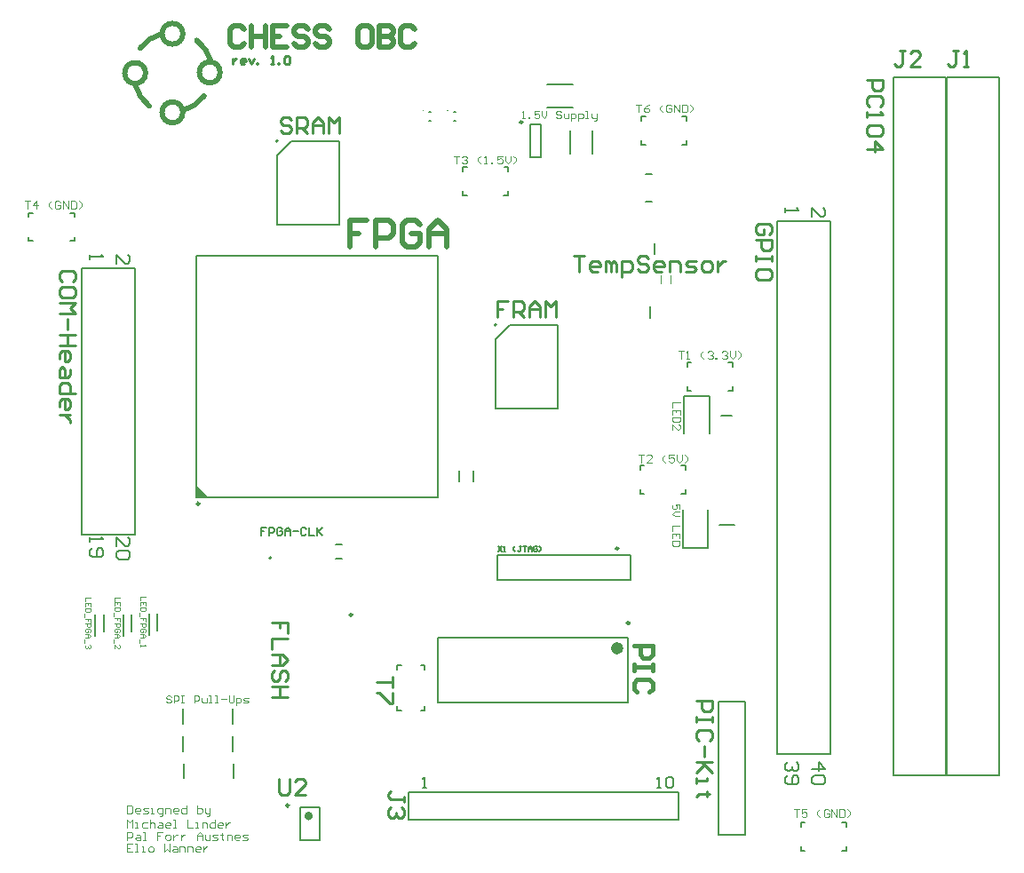
<source format=gbr>
%TF.GenerationSoftware,Altium Limited,Altium Designer,21.5.1 (32)*%
G04 Layer_Color=65535*
%FSLAX45Y45*%
%MOMM*%
%TF.SameCoordinates,620DA487-9358-4998-A31C-56A073A1AE4C*%
%TF.FilePolarity,Positive*%
%TF.FileFunction,Legend,Top*%
%TF.Part,Single*%
G01*
G75*
%TA.AperFunction,NonConductor*%
%ADD75C,0.20000*%
%ADD77C,0.10000*%
%ADD78C,0.25000*%
%ADD79C,0.40000*%
%ADD80C,0.60000*%
%ADD81C,0.50800*%
%ADD82C,0.25400*%
%ADD83C,0.20320*%
%ADD84C,0.15240*%
%ADD85C,0.12700*%
%ADD86C,0.38100*%
G36*
X4356998Y6440600D02*
X4456998Y6340600D01*
X4356998D01*
Y6440600D01*
D02*
G37*
D75*
X5070100Y5759300D02*
G03*
X5070100Y5759300I-10000J0D01*
G01*
X5132300Y9735100D02*
G03*
X5132300Y9735100I-10000J0D01*
G01*
X7215100Y7982500D02*
G03*
X7215100Y7982500I-10000J0D01*
G01*
X8677605Y8048533D02*
Y8155533D01*
X8721064Y8655745D02*
Y8762745D01*
X2759038Y9009469D02*
Y9049469D01*
X2799038D01*
X3152098Y9049413D02*
X3192098D01*
Y9009414D02*
Y9049413D01*
X2759018Y8781509D02*
X2799018D01*
X2759018D02*
Y8821509D01*
X3191925Y8781565D02*
Y8821565D01*
X3151925Y8781565D02*
X3191925D01*
X10118293Y3196011D02*
Y3236011D01*
X10158293D01*
X10511353Y3235955D02*
X10551353D01*
Y3195955D02*
Y3235955D01*
X10118273Y2968051D02*
X10158273D01*
X10118273D02*
Y3008051D01*
X10551180Y2968107D02*
Y3008107D01*
X10511180Y2968107D02*
X10551180D01*
X9332628Y4388665D02*
X9586628D01*
Y3118665D02*
Y4388665D01*
X9332628Y3118665D02*
Y4388665D01*
Y3118665D02*
X9586628D01*
X9893300Y3886200D02*
Y8966200D01*
X10401300Y3886200D02*
Y8966200D01*
X9893300D02*
X10401300D01*
X9893300Y3886200D02*
X10401300D01*
X11512702Y10337902D02*
X12007698D01*
Y3682898D02*
Y10337902D01*
X11512702Y3682898D02*
X12007698D01*
X11512702D02*
Y10337902D01*
X11004702Y3682898D02*
Y10337902D01*
Y3682898D02*
X11499698D01*
Y10337902D01*
X11004702D02*
X11499698D01*
X5346066Y3070479D02*
X5536068D01*
X5346066Y3380481D02*
X5536068D01*
Y3070479D02*
Y3380481D01*
X5346066Y3070479D02*
Y3380481D01*
X3263900Y5981700D02*
X3771900D01*
X3263900Y8331200D02*
Y8521700D01*
X3771900D01*
Y8331200D02*
Y8521700D01*
Y5981700D02*
Y8331200D01*
X3263900Y5981700D02*
Y8331200D01*
X6382370Y3261390D02*
X8952372D01*
X6382370D02*
Y3530387D01*
X8952372D01*
Y3261390D02*
Y3530387D01*
X6657609Y4998349D02*
X8467613D01*
X6657609Y4378345D02*
X8467613D01*
Y4998349D01*
X6657609Y4378345D02*
Y4998349D01*
X4229095Y4178742D02*
Y4318742D01*
X4236877Y3657890D02*
Y3797889D01*
X4709140Y3657890D02*
Y3797889D01*
X4701357Y3918316D02*
Y4058315D01*
Y4178742D02*
Y4318742D01*
X5687497Y5750001D02*
X5747497D01*
X5687497Y5884997D02*
X5747497D01*
X8493902Y5546110D02*
Y5786110D01*
X7223902D02*
X8493902D01*
X7223902Y5546110D02*
Y5786110D01*
Y5546110D02*
X8493902D01*
X8642766Y9419869D02*
X8702765D01*
X8642766Y9159870D02*
X8702765D01*
X6534711Y4697110D02*
Y4737110D01*
X6494711D02*
X6534711D01*
X6494767Y4304202D02*
X6534767D01*
Y4344202D01*
X6266863Y4737282D02*
X6306863D01*
X6266863Y4697282D02*
Y4737282D01*
X6266807Y4304223D02*
Y4344222D01*
Y4304223D02*
X6306807D01*
X8988037Y9699125D02*
X9028037D01*
Y9739125D01*
X8595129Y9699069D02*
Y9739069D01*
Y9699069D02*
X8635129D01*
X9028210Y9926973D02*
Y9966973D01*
X8988210D02*
X9028210D01*
X8595150Y9967029D02*
X8635150D01*
X8595150Y9927029D02*
Y9967029D01*
X7540589Y9889090D02*
X7640588D01*
X7540589Y9579088D02*
X7640588D01*
X7540589D02*
Y9889090D01*
X7640588Y9579088D02*
Y9889090D01*
X9344993Y6073889D02*
X9484998D01*
X9354998Y7112498D02*
X9460001D01*
X8992498Y5858580D02*
Y6221084D01*
Y5858580D02*
X9232498D01*
Y6221084D01*
X9247500Y6943095D02*
Y7305599D01*
X9007500D02*
X9247500D01*
X9007500Y6943095D02*
Y7305599D01*
X7288724Y9218462D02*
X7328723D01*
Y9258462D01*
X6895816Y9218406D02*
Y9258406D01*
Y9218406D02*
X6935816D01*
X7328896Y9446310D02*
Y9486310D01*
X7288896D02*
X7328896D01*
X6895836Y9486366D02*
X6935836D01*
X6895836Y9446366D02*
Y9486366D01*
X9033546Y7581478D02*
Y7621478D01*
X9073545D01*
X9426605Y7621422D02*
X9466605D01*
Y7581422D02*
Y7621422D01*
X9033525Y7353518D02*
X9073525D01*
X9033525D02*
Y7393518D01*
X9466433Y7353574D02*
Y7393574D01*
X9426433Y7353574D02*
X9466433D01*
X7698496Y10275652D02*
X7944318D01*
X7698496Y10055648D02*
X7944318D01*
X4229095Y3918316D02*
Y4058315D01*
X7916487Y9617312D02*
Y9837316D01*
X8132249Y9616783D02*
Y9836783D01*
X8585557Y6599466D02*
Y6639466D01*
X8625557D01*
X8978617Y6639410D02*
X9018617D01*
Y6599410D02*
Y6639410D01*
X8585537Y6371506D02*
X8625537D01*
X8585537D02*
Y6411506D01*
X9018444Y6371562D02*
Y6411562D01*
X8978444Y6371562D02*
X9018444D01*
X3391279Y5013368D02*
Y5218366D01*
X3471279Y5058366D02*
Y5218366D01*
X3906045Y5026190D02*
Y5231189D01*
X3986045Y5071189D02*
Y5231189D01*
X3660914Y5013338D02*
Y5218336D01*
X3740914Y5058336D02*
Y5218336D01*
X5122301Y9597598D02*
X5259802Y9735099D01*
X5122301Y8935100D02*
Y9597598D01*
Y8935100D02*
X5722300D01*
Y9735099D01*
X5259802D02*
X5722300D01*
X7205101Y7844998D02*
X7342602Y7982499D01*
X7205101Y7182500D02*
Y7844998D01*
Y7182500D02*
X7805100D01*
Y7982499D01*
X7342602D02*
X7805100D01*
X6813321Y10008047D02*
X6828125D01*
X6813321Y9928062D02*
X6828125D01*
X6577330Y10008047D02*
X6592133D01*
X6577330Y9928062D02*
X6592133D01*
X4356999Y6440602D02*
X4456999Y6340602D01*
X4356999D02*
X6656995D01*
X4356999Y8640602D02*
X6656995D01*
X4356999Y6340602D02*
Y8640602D01*
X6656995Y6340602D02*
Y8640602D01*
X6859488Y6488633D02*
Y6593637D01*
X6995053Y6488100D02*
Y6593103D01*
D77*
X8809469Y8334958D02*
G03*
X8809469Y8344958I0J5000D01*
G01*
D02*
G03*
X8809469Y8334958I0J-5000D01*
G01*
X6755725Y10028062D02*
G03*
X6755725Y10028062I-5000J0D01*
G01*
X6519730D02*
G03*
X6519730Y10028062I-5000J0D01*
G01*
X8781469Y8376958D02*
Y8454958D01*
X8877469Y8376958D02*
Y8454958D01*
X3698387Y3400916D02*
Y3325940D01*
X3735875D01*
X3748371Y3338436D01*
Y3388420D01*
X3735875Y3400916D01*
X3698387D01*
X3810851Y3325940D02*
X3785859D01*
X3773363Y3338436D01*
Y3363428D01*
X3785859Y3375924D01*
X3810851D01*
X3823347Y3363428D01*
Y3350932D01*
X3773363D01*
X3848339Y3325940D02*
X3885827D01*
X3898323Y3338436D01*
X3885827Y3350932D01*
X3860835D01*
X3848339Y3363428D01*
X3860835Y3375924D01*
X3898323D01*
X3923315Y3325940D02*
X3948307D01*
X3935811D01*
Y3375924D01*
X3923315D01*
X4010787Y3300948D02*
X4023283D01*
X4035779Y3313444D01*
Y3375924D01*
X3998291D01*
X3985795Y3363428D01*
Y3338436D01*
X3998291Y3325940D01*
X4035779D01*
X4060771D02*
Y3375924D01*
X4098259D01*
X4110755Y3363428D01*
Y3325940D01*
X4173235D02*
X4148243D01*
X4135747Y3338436D01*
Y3363428D01*
X4148243Y3375924D01*
X4173235D01*
X4185731Y3363428D01*
Y3350932D01*
X4135747D01*
X4260707Y3400916D02*
Y3325940D01*
X4223219D01*
X4210723Y3338436D01*
Y3363428D01*
X4223219Y3375924D01*
X4260707D01*
X4360675Y3400916D02*
Y3325940D01*
X4398163D01*
X4410659Y3338436D01*
Y3350932D01*
Y3363428D01*
X4398163Y3375924D01*
X4360675D01*
X4435651D02*
Y3338436D01*
X4448147Y3325940D01*
X4485635D01*
Y3313444D01*
X4473139Y3300948D01*
X4460643D01*
X4485635Y3325940D02*
Y3375924D01*
X3698387Y3186977D02*
Y3261953D01*
X3723379Y3236961D01*
X3748371Y3261953D01*
Y3186977D01*
X3773363D02*
X3798355D01*
X3785859D01*
Y3236961D01*
X3773363D01*
X3885827D02*
X3848339D01*
X3835843Y3224465D01*
Y3199473D01*
X3848339Y3186977D01*
X3885827D01*
X3910819Y3261953D02*
Y3186977D01*
Y3224465D01*
X3923315Y3236961D01*
X3948307D01*
X3960803Y3224465D01*
Y3186977D01*
X3998291Y3236961D02*
X4023283D01*
X4035779Y3224465D01*
Y3186977D01*
X3998291D01*
X3985795Y3199473D01*
X3998291Y3211969D01*
X4035779D01*
X4098259Y3186977D02*
X4073267D01*
X4060771Y3199473D01*
Y3224465D01*
X4073267Y3236961D01*
X4098259D01*
X4110755Y3224465D01*
Y3211969D01*
X4060771D01*
X4135747Y3186977D02*
X4160739D01*
X4148243D01*
Y3261953D01*
X4135747D01*
X4273203D02*
Y3186977D01*
X4323187D01*
X4348179D02*
X4373171D01*
X4360675D01*
Y3236961D01*
X4348179D01*
X4410659Y3186977D02*
Y3236961D01*
X4448147D01*
X4460643Y3224465D01*
Y3186977D01*
X4535619Y3261953D02*
Y3186977D01*
X4498131D01*
X4485635Y3199473D01*
Y3224465D01*
X4498131Y3236961D01*
X4535619D01*
X4598099Y3186977D02*
X4573107D01*
X4560611Y3199473D01*
Y3224465D01*
X4573107Y3236961D01*
X4598099D01*
X4610595Y3224465D01*
Y3211969D01*
X4560611D01*
X4635587Y3236961D02*
Y3186977D01*
Y3211969D01*
X4648083Y3224465D01*
X4660579Y3236961D01*
X4673075D01*
X3698387Y3073006D02*
Y3147982D01*
X3735875D01*
X3748371Y3135486D01*
Y3110494D01*
X3735875Y3097998D01*
X3698387D01*
X3785859Y3122990D02*
X3810851D01*
X3823347Y3110494D01*
Y3073006D01*
X3785859D01*
X3773363Y3085502D01*
X3785859Y3097998D01*
X3823347D01*
X3848339Y3073006D02*
X3873331D01*
X3860835D01*
Y3147982D01*
X3848339D01*
X4035779D02*
X3985795D01*
Y3110494D01*
X4010787D01*
X3985795D01*
Y3073006D01*
X4073267D02*
X4098259D01*
X4110755Y3085502D01*
Y3110494D01*
X4098259Y3122990D01*
X4073267D01*
X4060771Y3110494D01*
Y3085502D01*
X4073267Y3073006D01*
X4135747Y3122990D02*
Y3073006D01*
Y3097998D01*
X4148243Y3110494D01*
X4160739Y3122990D01*
X4173235D01*
X4210723D02*
Y3073006D01*
Y3097998D01*
X4223219Y3110494D01*
X4235715Y3122990D01*
X4248211D01*
X4360675Y3073006D02*
Y3122990D01*
X4385667Y3147982D01*
X4410659Y3122990D01*
Y3073006D01*
Y3110494D01*
X4360675D01*
X4435651Y3122990D02*
Y3085502D01*
X4448147Y3073006D01*
X4485635D01*
Y3122990D01*
X4510627Y3073006D02*
X4548115D01*
X4560611Y3085502D01*
X4548115Y3097998D01*
X4523123D01*
X4510627Y3110494D01*
X4523123Y3122990D01*
X4560611D01*
X4598099Y3135486D02*
Y3122990D01*
X4585603D01*
X4610595D01*
X4598099D01*
Y3085502D01*
X4610595Y3073006D01*
X4648083D02*
Y3122990D01*
X4685571D01*
X4698067Y3110494D01*
Y3073006D01*
X4760547D02*
X4735555D01*
X4723059Y3085502D01*
Y3110494D01*
X4735555Y3122990D01*
X4760547D01*
X4773043Y3110494D01*
Y3097998D01*
X4723059D01*
X4798035Y3073006D02*
X4835523D01*
X4848019Y3085502D01*
X4835523Y3097998D01*
X4810531D01*
X4798035Y3110494D01*
X4810531Y3122990D01*
X4848019D01*
X3748371Y3034011D02*
X3698387D01*
Y2959035D01*
X3748371D01*
X3698387Y2996523D02*
X3723379D01*
X3773363Y2959035D02*
X3798355D01*
X3785859D01*
Y3034011D01*
X3773363D01*
X3835843Y2959035D02*
X3860835D01*
X3848339D01*
Y3009019D01*
X3835843D01*
X3910819Y2959035D02*
X3935811D01*
X3948307Y2971531D01*
Y2996523D01*
X3935811Y3009019D01*
X3910819D01*
X3898323Y2996523D01*
Y2971531D01*
X3910819Y2959035D01*
X4048275Y3034011D02*
Y2959035D01*
X4073267Y2984027D01*
X4098259Y2959035D01*
Y3034011D01*
X4135747Y3009019D02*
X4160739D01*
X4173235Y2996523D01*
Y2959035D01*
X4135747D01*
X4123251Y2971531D01*
X4135747Y2984027D01*
X4173235D01*
X4198227Y2959035D02*
Y3009019D01*
X4235715D01*
X4248211Y2996523D01*
Y2959035D01*
X4273203D02*
Y3009019D01*
X4310691D01*
X4323187Y2996523D01*
Y2959035D01*
X4385667D02*
X4360675D01*
X4348179Y2971531D01*
Y2996523D01*
X4360675Y3009019D01*
X4385667D01*
X4398163Y2996523D01*
Y2984027D01*
X4348179D01*
X4423155Y3009019D02*
Y2959035D01*
Y2984027D01*
X4435651Y2996523D01*
X4448147Y3009019D01*
X4460643D01*
X4116180Y4436218D02*
X4104517Y4447881D01*
X4081191D01*
X4069528Y4436218D01*
Y4424555D01*
X4081191Y4412892D01*
X4104517D01*
X4116180Y4401229D01*
Y4389566D01*
X4104517Y4377903D01*
X4081191D01*
X4069528Y4389566D01*
X4139506Y4377903D02*
Y4447881D01*
X4174495D01*
X4186157Y4436218D01*
Y4412892D01*
X4174495Y4401229D01*
X4139506D01*
X4209483Y4447881D02*
X4232809D01*
X4221146D01*
Y4377903D01*
X4209483D01*
X4232809D01*
X4337775D02*
Y4447881D01*
X4372764D01*
X4384427Y4436218D01*
Y4412892D01*
X4372764Y4401229D01*
X4337775D01*
X4407753Y4424555D02*
Y4389566D01*
X4419416Y4377903D01*
X4454405D01*
Y4424555D01*
X4477730Y4377903D02*
X4501056D01*
X4489393D01*
Y4447881D01*
X4477730D01*
X4536045Y4377903D02*
X4559371D01*
X4547708D01*
Y4447881D01*
X4536045D01*
X4594360Y4412892D02*
X4641011D01*
X4664337Y4447881D02*
Y4389566D01*
X4676000Y4377903D01*
X4699326D01*
X4710989Y4389566D01*
Y4447881D01*
X4734315Y4354578D02*
Y4424555D01*
X4769303D01*
X4780966Y4412892D01*
Y4389566D01*
X4769303Y4377903D01*
X4734315D01*
X4804292D02*
X4839281D01*
X4850944Y4389566D01*
X4839281Y4401229D01*
X4815955D01*
X4804292Y4412892D01*
X4815955Y4424555D01*
X4850944D01*
X3345016Y5380833D02*
X3295033D01*
Y5347510D01*
X3345016Y5297526D02*
Y5330849D01*
X3295033D01*
Y5297526D01*
X3320024Y5330849D02*
Y5314188D01*
X3345016Y5280865D02*
X3295033D01*
Y5255873D01*
X3303363Y5247543D01*
X3336686D01*
X3345016Y5255873D01*
Y5280865D01*
X3286702Y5230882D02*
Y5197559D01*
X3345016Y5147575D02*
Y5180898D01*
X3320024D01*
Y5164237D01*
Y5180898D01*
X3295033D01*
Y5130914D02*
X3345016D01*
Y5105922D01*
X3336686Y5097592D01*
X3320024D01*
X3311694Y5105922D01*
Y5130914D01*
X3336686Y5047608D02*
X3345016Y5055939D01*
Y5072600D01*
X3336686Y5080931D01*
X3303363D01*
X3295033Y5072600D01*
Y5055939D01*
X3303363Y5047608D01*
X3320024D01*
Y5064270D01*
X3295033Y5030947D02*
X3328355D01*
X3345016Y5014286D01*
X3328355Y4997624D01*
X3295033D01*
X3320024D01*
Y5030947D01*
X3286702Y4980963D02*
Y4947641D01*
X3336686Y4930980D02*
X3345016Y4922649D01*
Y4905988D01*
X3336686Y4897657D01*
X3328355D01*
X3320024Y4905988D01*
Y4914319D01*
Y4905988D01*
X3311694Y4897657D01*
X3303363D01*
X3295033Y4905988D01*
Y4922649D01*
X3303363Y4930980D01*
X3623969Y5383898D02*
X3573985D01*
Y5350575D01*
X3623969Y5300592D02*
Y5333914D01*
X3573985D01*
Y5300592D01*
X3598977Y5333914D02*
Y5317253D01*
X3623969Y5283931D02*
X3573985D01*
Y5258939D01*
X3582316Y5250608D01*
X3615639D01*
X3623969Y5258939D01*
Y5283931D01*
X3565655Y5233947D02*
Y5200624D01*
X3623969Y5150641D02*
Y5183963D01*
X3598977D01*
Y5167302D01*
Y5183963D01*
X3573985D01*
Y5133980D02*
X3623969D01*
Y5108988D01*
X3615639Y5100657D01*
X3598977D01*
X3590647Y5108988D01*
Y5133980D01*
X3615639Y5050673D02*
X3623969Y5059004D01*
Y5075665D01*
X3615639Y5083996D01*
X3582316D01*
X3573985Y5075665D01*
Y5059004D01*
X3582316Y5050673D01*
X3598977D01*
Y5067335D01*
X3573985Y5034012D02*
X3607308D01*
X3623969Y5017351D01*
X3607308Y5000690D01*
X3573985D01*
X3598977D01*
Y5034012D01*
X3565655Y4984029D02*
Y4950706D01*
X3573985Y4900722D02*
Y4934045D01*
X3607308Y4900722D01*
X3615639D01*
X3623969Y4909053D01*
Y4925714D01*
X3615639Y4934045D01*
X3869203Y5384763D02*
X3819219D01*
Y5351441D01*
X3869203Y5301457D02*
Y5334780D01*
X3819219D01*
Y5301457D01*
X3844211Y5334780D02*
Y5318119D01*
X3869203Y5284796D02*
X3819219D01*
Y5259804D01*
X3827550Y5251474D01*
X3860872D01*
X3869203Y5259804D01*
Y5284796D01*
X3810888Y5234812D02*
Y5201490D01*
X3869203Y5151506D02*
Y5184829D01*
X3844211D01*
Y5168168D01*
Y5184829D01*
X3819219D01*
Y5134845D02*
X3869203D01*
Y5109853D01*
X3860872Y5101523D01*
X3844211D01*
X3835880Y5109853D01*
Y5134845D01*
X3860872Y5051539D02*
X3869203Y5059870D01*
Y5076531D01*
X3860872Y5084862D01*
X3827550D01*
X3819219Y5076531D01*
Y5059870D01*
X3827550Y5051539D01*
X3844211D01*
Y5068200D01*
X3819219Y5034878D02*
X3852541D01*
X3869203Y5018217D01*
X3852541Y5001555D01*
X3819219D01*
X3844211D01*
Y5034878D01*
X3810888Y4984894D02*
Y4951572D01*
X3819219Y4934911D02*
Y4918249D01*
Y4926580D01*
X3869203D01*
X3860872Y4934911D01*
X8965481Y7240789D02*
X8895504D01*
Y7194138D01*
X8965481Y7124160D02*
Y7170812D01*
X8895504D01*
Y7124160D01*
X8930493Y7170812D02*
Y7147486D01*
X8965481Y7100834D02*
X8895504D01*
Y7065846D01*
X8907167Y7054183D01*
X8953819D01*
X8965481Y7065846D01*
Y7100834D01*
X8895504Y6984205D02*
Y7030857D01*
X8942156Y6984205D01*
X8953819D01*
X8965481Y6995868D01*
Y7019194D01*
X8953819Y7030857D01*
X8962654Y6225507D02*
Y6272158D01*
X8927665D01*
X8939328Y6248833D01*
Y6237170D01*
X8927665Y6225507D01*
X8904340D01*
X8892677Y6237170D01*
Y6260495D01*
X8904340Y6272158D01*
X8962654Y6202181D02*
X8916002D01*
X8892677Y6178855D01*
X8916002Y6155529D01*
X8962654D01*
Y6062226D02*
X8892677D01*
Y6015574D01*
X8962654Y5945597D02*
Y5992248D01*
X8892677D01*
Y5945597D01*
X8927665Y5992248D02*
Y5968923D01*
X8962654Y5922271D02*
X8892677D01*
Y5887282D01*
X8904340Y5875619D01*
X8950991D01*
X8962654Y5887282D01*
Y5922271D01*
X8550196Y10082875D02*
X8600180D01*
X8575188D01*
Y10007899D01*
X8675156Y10082875D02*
X8650164Y10070379D01*
X8625172Y10045387D01*
Y10020395D01*
X8637668Y10007899D01*
X8662660D01*
X8675156Y10020395D01*
Y10032891D01*
X8662660Y10045387D01*
X8625172D01*
X8800116Y10007899D02*
X8775124Y10032891D01*
Y10057883D01*
X8800116Y10082875D01*
X8887588Y10070379D02*
X8875091Y10082875D01*
X8850100D01*
X8837604Y10070379D01*
Y10020395D01*
X8850100Y10007899D01*
X8875091D01*
X8887588Y10020395D01*
Y10045387D01*
X8862596D01*
X8912580Y10007899D02*
Y10082875D01*
X8962563Y10007899D01*
Y10082875D01*
X8987556D02*
Y10007899D01*
X9025043D01*
X9037539Y10020395D01*
Y10070379D01*
X9025043Y10082875D01*
X8987556D01*
X9062532Y10007899D02*
X9087524Y10032891D01*
Y10057883D01*
X9062532Y10082875D01*
X10050526Y3361734D02*
X10100510D01*
X10075518D01*
Y3286758D01*
X10175486Y3361734D02*
X10125502D01*
Y3324246D01*
X10150494Y3336742D01*
X10162990D01*
X10175486Y3324246D01*
Y3299254D01*
X10162990Y3286758D01*
X10137998D01*
X10125502Y3299254D01*
X10300446Y3286758D02*
X10275454Y3311750D01*
Y3336742D01*
X10300446Y3361734D01*
X10387918Y3349238D02*
X10375422Y3361734D01*
X10350430D01*
X10337934Y3349238D01*
Y3299254D01*
X10350430Y3286758D01*
X10375422D01*
X10387918Y3299254D01*
Y3324246D01*
X10362926D01*
X10412910Y3286758D02*
Y3361734D01*
X10462894Y3286758D01*
Y3361734D01*
X10487886D02*
Y3286758D01*
X10525374D01*
X10537870Y3299254D01*
Y3349238D01*
X10525374Y3361734D01*
X10487886D01*
X10562862Y3286758D02*
X10587854Y3311750D01*
Y3336742D01*
X10562862Y3361734D01*
X2721651Y9160995D02*
X2771635D01*
X2746643D01*
Y9086019D01*
X2834115D02*
Y9160995D01*
X2796627Y9123507D01*
X2846611D01*
X2971571Y9086019D02*
X2946579Y9111011D01*
Y9136003D01*
X2971571Y9160995D01*
X3059043Y9148499D02*
X3046547Y9160995D01*
X3021555D01*
X3009059Y9148499D01*
Y9098515D01*
X3021555Y9086019D01*
X3046547D01*
X3059043Y9098515D01*
Y9123507D01*
X3034051D01*
X3084035Y9086019D02*
Y9160995D01*
X3134019Y9086019D01*
Y9160995D01*
X3159011D02*
Y9086019D01*
X3196499D01*
X3208995Y9098515D01*
Y9148499D01*
X3196499Y9160995D01*
X3159011D01*
X3233987Y9086019D02*
X3258979Y9111011D01*
Y9136003D01*
X3233987Y9160995D01*
X6812358Y9592507D02*
X6862342D01*
X6837351D01*
Y9517531D01*
X6887334Y9580011D02*
X6899830Y9592507D01*
X6924822D01*
X6937318Y9580011D01*
Y9567515D01*
X6924822Y9555019D01*
X6912327D01*
X6924822D01*
X6937318Y9542523D01*
Y9530027D01*
X6924822Y9517531D01*
X6899830D01*
X6887334Y9530027D01*
X7062278Y9517531D02*
X7037286Y9542523D01*
Y9567515D01*
X7062278Y9592507D01*
X7099766Y9517531D02*
X7124758D01*
X7112262D01*
Y9592507D01*
X7099766Y9580011D01*
X7162246Y9517531D02*
Y9530027D01*
X7174742D01*
Y9517531D01*
X7162246D01*
X7274710Y9592507D02*
X7224726D01*
Y9555019D01*
X7249718Y9567515D01*
X7262214D01*
X7274710Y9555019D01*
Y9530027D01*
X7262214Y9517531D01*
X7237222D01*
X7224726Y9530027D01*
X7299702Y9592507D02*
Y9542523D01*
X7324694Y9517531D01*
X7349686Y9542523D01*
Y9592507D01*
X7374678Y9517531D02*
X7399670Y9542523D01*
Y9567515D01*
X7374678Y9592507D01*
X8572608Y6744050D02*
X8622592D01*
X8597601D01*
Y6669074D01*
X8697568D02*
X8647584D01*
X8697568Y6719058D01*
Y6731554D01*
X8685072Y6744050D01*
X8660080D01*
X8647584Y6731554D01*
X8822528Y6669074D02*
X8797536Y6694066D01*
Y6719058D01*
X8822528Y6744050D01*
X8910000D02*
X8860016D01*
Y6706562D01*
X8885008Y6719058D01*
X8897504D01*
X8910000Y6706562D01*
Y6681570D01*
X8897504Y6669074D01*
X8872512D01*
X8860016Y6681570D01*
X8934992Y6744050D02*
Y6694066D01*
X8959984Y6669074D01*
X8984976Y6694066D01*
Y6744050D01*
X9009968Y6669074D02*
X9034960Y6694066D01*
Y6719058D01*
X9009968Y6744050D01*
X8953844Y7731720D02*
X9003828D01*
X8978836D01*
Y7656744D01*
X9028820D02*
X9053812D01*
X9041316D01*
Y7731720D01*
X9028820Y7719224D01*
X9191268Y7656744D02*
X9166276Y7681736D01*
Y7706728D01*
X9191268Y7731720D01*
X9228756Y7719224D02*
X9241252Y7731720D01*
X9266244D01*
X9278740Y7719224D01*
Y7706728D01*
X9266244Y7694232D01*
X9253748D01*
X9266244D01*
X9278740Y7681736D01*
Y7669240D01*
X9266244Y7656744D01*
X9241252D01*
X9228756Y7669240D01*
X9303732Y7656744D02*
Y7669240D01*
X9316228D01*
Y7656744D01*
X9303732D01*
X9366212Y7719224D02*
X9378708Y7731720D01*
X9403700D01*
X9416196Y7719224D01*
Y7706728D01*
X9403700Y7694232D01*
X9391204D01*
X9403700D01*
X9416196Y7681736D01*
Y7669240D01*
X9403700Y7656744D01*
X9378708D01*
X9366212Y7669240D01*
X9441188Y7731720D02*
Y7681736D01*
X9466180Y7656744D01*
X9491172Y7681736D01*
Y7731720D01*
X9516164Y7656744D02*
X9541156Y7681736D01*
Y7706728D01*
X9516164Y7731720D01*
X7460590Y9950616D02*
X7483916D01*
X7472253D01*
Y10020594D01*
X7460590Y10008931D01*
X7518905Y9950616D02*
Y9962279D01*
X7530568D01*
Y9950616D01*
X7518905D01*
X7623871Y10020594D02*
X7577219D01*
Y9985605D01*
X7600545Y9997268D01*
X7612208D01*
X7623871Y9985605D01*
Y9962279D01*
X7612208Y9950616D01*
X7588882D01*
X7577219Y9962279D01*
X7647197Y10020594D02*
Y9973942D01*
X7670523Y9950616D01*
X7693848Y9973942D01*
Y10020594D01*
X7833803Y10008931D02*
X7822141Y10020594D01*
X7798815D01*
X7787152Y10008931D01*
Y9997268D01*
X7798815Y9985605D01*
X7822141D01*
X7833803Y9973942D01*
Y9962279D01*
X7822141Y9950616D01*
X7798815D01*
X7787152Y9962279D01*
X7857129Y9997268D02*
Y9962279D01*
X7868792Y9950616D01*
X7903781D01*
Y9997268D01*
X7927107Y9927290D02*
Y9997268D01*
X7962096D01*
X7973758Y9985605D01*
Y9962279D01*
X7962096Y9950616D01*
X7927107D01*
X7997084Y9927290D02*
Y9997268D01*
X8032073D01*
X8043736Y9985605D01*
Y9962279D01*
X8032073Y9950616D01*
X7997084D01*
X8067062D02*
X8090388D01*
X8078725D01*
Y10020594D01*
X8067062D01*
X8125376Y9997268D02*
Y9962279D01*
X8137039Y9950616D01*
X8172028D01*
Y9938953D01*
X8160365Y9927290D01*
X8148702D01*
X8172028Y9950616D02*
Y9997268D01*
D78*
X5841250Y5216562D02*
G03*
X5841250Y5216562I-12500J0D01*
G01*
X5238565Y3400480D02*
G03*
X5238565Y3400480I-12500J0D01*
G01*
X8485613Y5138347D02*
G03*
X8485613Y5138347I-12500J0D01*
G01*
X8379400Y5851112D02*
G03*
X8379400Y5851112I-12500J0D01*
G01*
X7465591Y9914089D02*
G03*
X7465591Y9914089I-12500J0D01*
G01*
X4384498Y6275600D02*
G03*
X4384498Y6275600I-12500J0D01*
G01*
D79*
X5446065Y3300480D02*
G03*
X5446065Y3300480I-20000J0D01*
G01*
D80*
X8397613Y4898347D02*
G03*
X8397613Y4898347I-30000J0D01*
G01*
D81*
X3774155Y10269189D02*
G03*
X3908058Y10066193I364797J94972D01*
G01*
X4026160Y10756900D02*
G03*
X3820279Y10619224I94972J-364797D01*
G01*
X4496060Y10490200D02*
G03*
X4358384Y10696081I-364797J-94972D01*
G01*
X4222732Y10023803D02*
G03*
X4430900Y10164540I-94972J364797D01*
G01*
X3871350Y10382250D02*
G03*
X3871350Y10382250I-99190J0D01*
G01*
X4226950Y10756900D02*
G03*
X4226950Y10756900I-99190J0D01*
G01*
Y10007600D02*
G03*
X4226950Y10007600I-99190J0D01*
G01*
X4582550Y10388600D02*
G03*
X4582550Y10388600I-99190J0D01*
G01*
X4809283Y10799179D02*
X4775427Y10833034D01*
X4707716D01*
X4673860Y10799179D01*
Y10663756D01*
X4707716Y10629900D01*
X4775427D01*
X4809283Y10663756D01*
X4876994Y10833034D02*
Y10629900D01*
Y10731467D01*
X5012417D01*
Y10833034D01*
Y10629900D01*
X5215551Y10833034D02*
X5080129D01*
Y10629900D01*
X5215551D01*
X5080129Y10731467D02*
X5147840D01*
X5418686Y10799179D02*
X5384830Y10833034D01*
X5317118D01*
X5283263Y10799179D01*
Y10765323D01*
X5317118Y10731467D01*
X5384830D01*
X5418686Y10697611D01*
Y10663756D01*
X5384830Y10629900D01*
X5317118D01*
X5283263Y10663756D01*
X5621820Y10799179D02*
X5587964Y10833034D01*
X5520253D01*
X5486397Y10799179D01*
Y10765323D01*
X5520253Y10731467D01*
X5587964D01*
X5621820Y10697611D01*
Y10663756D01*
X5587964Y10629900D01*
X5520253D01*
X5486397Y10663756D01*
X5994233Y10833034D02*
X5926521D01*
X5892665Y10799179D01*
Y10663756D01*
X5926521Y10629900D01*
X5994233D01*
X6028088Y10663756D01*
Y10799179D01*
X5994233Y10833034D01*
X6095800D02*
Y10629900D01*
X6197367D01*
X6231222Y10663756D01*
Y10697611D01*
X6197367Y10731467D01*
X6095800D01*
X6197367D01*
X6231222Y10765323D01*
Y10799179D01*
X6197367Y10833034D01*
X6095800D01*
X6434357Y10799179D02*
X6400501Y10833034D01*
X6332789D01*
X6298934Y10799179D01*
Y10663756D01*
X6332789Y10629900D01*
X6400501D01*
X6434357Y10663756D01*
X5985016Y8978389D02*
X5815737D01*
Y8851430D01*
X5900377D01*
X5815737D01*
Y8724471D01*
X6069655D02*
Y8978389D01*
X6196614D01*
X6238934Y8936070D01*
Y8851430D01*
X6196614Y8809111D01*
X6069655D01*
X6492852Y8936070D02*
X6450532Y8978389D01*
X6365893D01*
X6323573Y8936070D01*
Y8766791D01*
X6365893Y8724471D01*
X6450532D01*
X6492852Y8766791D01*
Y8851430D01*
X6408213D01*
X6577491Y8724471D02*
Y8893750D01*
X6662131Y8978389D01*
X6746770Y8893750D01*
Y8724471D01*
Y8851430D01*
X6577491D01*
D82*
X10747750Y10312502D02*
X10900101D01*
Y10236326D01*
X10874709Y10210934D01*
X10823925D01*
X10798533Y10236326D01*
Y10312502D01*
X10874709Y10058584D02*
X10900101Y10083976D01*
Y10134759D01*
X10874709Y10160151D01*
X10773142D01*
X10747750Y10134759D01*
Y10083976D01*
X10773142Y10058584D01*
X10747750Y10007800D02*
Y9957017D01*
Y9982408D01*
X10900101D01*
X10874709Y10007800D01*
Y9880841D02*
X10900101Y9855449D01*
Y9804666D01*
X10874709Y9779274D01*
X10773142D01*
X10747750Y9804666D01*
Y9855449D01*
X10773142Y9880841D01*
X10874709D01*
X10747750Y9652315D02*
X10900101D01*
X10823925Y9728491D01*
Y9626923D01*
X4699260Y10515583D02*
Y10464800D01*
Y10490192D01*
X4711956Y10502888D01*
X4724652Y10515583D01*
X4737348D01*
X4813523Y10464800D02*
X4788131D01*
X4775435Y10477496D01*
Y10502888D01*
X4788131Y10515583D01*
X4813523D01*
X4826219Y10502888D01*
Y10490192D01*
X4775435D01*
X4851611Y10515583D02*
X4877003Y10464800D01*
X4902394Y10515583D01*
X4927786Y10464800D02*
Y10477496D01*
X4940482D01*
Y10464800D01*
X4927786D01*
X5067441D02*
X5092833D01*
X5080137D01*
Y10540975D01*
X5067441Y10528279D01*
X5130920Y10464800D02*
Y10477496D01*
X5143616D01*
Y10464800D01*
X5130920D01*
X5194400Y10528279D02*
X5207096Y10540975D01*
X5232488D01*
X5245183Y10528279D01*
Y10477496D01*
X5232488Y10464800D01*
X5207096D01*
X5194400Y10477496D01*
Y10528279D01*
X7953940Y8636120D02*
X8055507D01*
X8004723D01*
Y8483769D01*
X8182466D02*
X8131682D01*
X8106290Y8509161D01*
Y8559944D01*
X8131682Y8585336D01*
X8182466D01*
X8207858Y8559944D01*
Y8534552D01*
X8106290D01*
X8258641Y8483769D02*
Y8585336D01*
X8284033D01*
X8309425Y8559944D01*
Y8483769D01*
Y8559944D01*
X8334816Y8585336D01*
X8360208Y8559944D01*
Y8483769D01*
X8410992Y8432985D02*
Y8585336D01*
X8487167D01*
X8512559Y8559944D01*
Y8509161D01*
X8487167Y8483769D01*
X8410992D01*
X8664910Y8610728D02*
X8639518Y8636120D01*
X8588734D01*
X8563343Y8610728D01*
Y8585336D01*
X8588734Y8559944D01*
X8639518D01*
X8664910Y8534552D01*
Y8509161D01*
X8639518Y8483769D01*
X8588734D01*
X8563343Y8509161D01*
X8791869Y8483769D02*
X8741085D01*
X8715693Y8509161D01*
Y8559944D01*
X8741085Y8585336D01*
X8791869D01*
X8817260Y8559944D01*
Y8534552D01*
X8715693D01*
X8868044Y8483769D02*
Y8585336D01*
X8944219D01*
X8969611Y8559944D01*
Y8483769D01*
X9020395D02*
X9096570D01*
X9121962Y8509161D01*
X9096570Y8534552D01*
X9045787D01*
X9020395Y8559944D01*
X9045787Y8585336D01*
X9121962D01*
X9198137Y8483769D02*
X9248921D01*
X9274313Y8509161D01*
Y8559944D01*
X9248921Y8585336D01*
X9198137D01*
X9172745Y8559944D01*
Y8509161D01*
X9198137Y8483769D01*
X9325096Y8585336D02*
Y8483769D01*
Y8534552D01*
X9350488Y8559944D01*
X9375880Y8585336D01*
X9401272D01*
X5228035Y5044881D02*
Y5146448D01*
X5151859D01*
Y5095665D01*
Y5146448D01*
X5075684D01*
X5228035Y4994098D02*
X5075684D01*
Y4892530D01*
Y4841747D02*
X5177251D01*
X5228035Y4790963D01*
X5177251Y4740180D01*
X5075684D01*
X5151859D01*
Y4841747D01*
X5202643Y4587829D02*
X5228035Y4613221D01*
Y4664004D01*
X5202643Y4689396D01*
X5177251D01*
X5151859Y4664004D01*
Y4613221D01*
X5126468Y4587829D01*
X5101076D01*
X5075684Y4613221D01*
Y4664004D01*
X5101076Y4689396D01*
X5228035Y4537046D02*
X5075684D01*
X5151859D01*
Y4435478D01*
X5228035D01*
X5075684D01*
X5146040Y3655011D02*
Y3528052D01*
X5171432Y3502660D01*
X5222215D01*
X5247607Y3528052D01*
Y3655011D01*
X5399958Y3502660D02*
X5298391D01*
X5399958Y3604227D01*
Y3629619D01*
X5374566Y3655011D01*
X5323783D01*
X5298391Y3629619D01*
X6222664Y4623254D02*
Y4521687D01*
Y4572471D01*
X6070313D01*
X6222664Y4470903D02*
Y4369336D01*
X6197272D01*
X6095705Y4470903D01*
X6070313D01*
X9812372Y8845587D02*
X9837764Y8870979D01*
Y8921762D01*
X9812372Y8947154D01*
X9710805D01*
X9685413Y8921762D01*
Y8870979D01*
X9710805Y8845587D01*
X9761589D01*
Y8896371D01*
X9685413Y8794803D02*
X9837764D01*
Y8718628D01*
X9812372Y8693236D01*
X9761589D01*
X9736197Y8718628D01*
Y8794803D01*
X9837764Y8642453D02*
Y8591669D01*
Y8617061D01*
X9685413D01*
Y8642453D01*
Y8591669D01*
X9837764Y8439318D02*
Y8490102D01*
X9812372Y8515494D01*
X9710805D01*
X9685413Y8490102D01*
Y8439318D01*
X9710805Y8413927D01*
X9812372D01*
X9837764Y8439318D01*
X3176227Y8395024D02*
X3201618Y8420416D01*
Y8471199D01*
X3176227Y8496591D01*
X3074660D01*
X3049268Y8471199D01*
Y8420416D01*
X3074660Y8395024D01*
X3201618Y8268065D02*
Y8318848D01*
X3176227Y8344240D01*
X3074660D01*
X3049268Y8318848D01*
Y8268065D01*
X3074660Y8242673D01*
X3176227D01*
X3201618Y8268065D01*
X3049268Y8191890D02*
X3201618D01*
X3150835Y8141106D01*
X3201618Y8090322D01*
X3049268D01*
X3125443Y8039539D02*
Y7937972D01*
X3201618Y7887188D02*
X3049268D01*
X3125443D01*
Y7785621D01*
X3201618D01*
X3049268D01*
Y7658662D02*
Y7709446D01*
X3074660Y7734837D01*
X3125443D01*
X3150835Y7709446D01*
Y7658662D01*
X3125443Y7633270D01*
X3100051D01*
Y7734837D01*
X3150835Y7557095D02*
Y7506311D01*
X3125443Y7480920D01*
X3049268D01*
Y7557095D01*
X3074660Y7582487D01*
X3100051Y7557095D01*
Y7480920D01*
X3201618Y7328569D02*
X3049268D01*
Y7404744D01*
X3074660Y7430136D01*
X3125443D01*
X3150835Y7404744D01*
Y7328569D01*
X3049268Y7201610D02*
Y7252393D01*
X3074660Y7277785D01*
X3125443D01*
X3150835Y7252393D01*
Y7201610D01*
X3125443Y7176218D01*
X3100051D01*
Y7277785D01*
X3150835Y7125435D02*
X3049268D01*
X3100051D01*
X3125443Y7100043D01*
X3150835Y7074651D01*
Y7049259D01*
X9117868Y4399458D02*
X9270218D01*
Y4323283D01*
X9244827Y4297891D01*
X9194043D01*
X9168651Y4323283D01*
Y4399458D01*
X9270218Y4247107D02*
Y4196324D01*
Y4221715D01*
X9117868D01*
Y4247107D01*
Y4196324D01*
X9244827Y4018581D02*
X9270218Y4043973D01*
Y4094757D01*
X9244827Y4120148D01*
X9143260D01*
X9117868Y4094757D01*
Y4043973D01*
X9143260Y4018581D01*
X9194043Y3967798D02*
Y3866231D01*
X9270218Y3815447D02*
X9117868D01*
X9168651D01*
X9270218Y3713880D01*
X9194043Y3790055D01*
X9117868Y3713880D01*
Y3663096D02*
Y3612313D01*
Y3637704D01*
X9219435D01*
Y3663096D01*
X9244827Y3510746D02*
X9219435D01*
Y3536137D01*
Y3485354D01*
Y3510746D01*
X9143260D01*
X9117868Y3485354D01*
X7325520Y8207199D02*
X7223953D01*
Y8131024D01*
X7274736D01*
X7223953D01*
Y8054849D01*
X7376303D02*
Y8207199D01*
X7452479D01*
X7477870Y8181808D01*
Y8131024D01*
X7452479Y8105632D01*
X7376303D01*
X7427087D02*
X7477870Y8054849D01*
X7528654D02*
Y8156416D01*
X7579437Y8207199D01*
X7630221Y8156416D01*
Y8054849D01*
Y8131024D01*
X7528654D01*
X7681005Y8054849D02*
Y8207199D01*
X7731788Y8156416D01*
X7782572Y8207199D01*
Y8054849D01*
X5264769Y9936800D02*
X5239377Y9962192D01*
X5188594D01*
X5163202Y9936800D01*
Y9911408D01*
X5188594Y9886016D01*
X5239377D01*
X5264769Y9860624D01*
Y9835233D01*
X5239377Y9809841D01*
X5188594D01*
X5163202Y9835233D01*
X5315552Y9809841D02*
Y9962192D01*
X5391728D01*
X5417120Y9936800D01*
Y9886016D01*
X5391728Y9860624D01*
X5315552D01*
X5366336D02*
X5417120Y9809841D01*
X5467903D02*
Y9911408D01*
X5518687Y9962192D01*
X5569470Y9911408D01*
Y9809841D01*
Y9886016D01*
X5467903D01*
X5620254Y9809841D02*
Y9962192D01*
X5671037Y9911408D01*
X5721821Y9962192D01*
Y9809841D01*
X6337853Y3433628D02*
Y3484412D01*
Y3459020D01*
X6210895D01*
X6185503Y3484412D01*
Y3509803D01*
X6210895Y3535195D01*
X6312462Y3382845D02*
X6337853Y3357453D01*
Y3306669D01*
X6312462Y3281277D01*
X6287070D01*
X6261678Y3306669D01*
Y3332061D01*
Y3306669D01*
X6236286Y3281277D01*
X6210895D01*
X6185503Y3306669D01*
Y3357453D01*
X6210895Y3382845D01*
X11107387Y10591751D02*
X11056603D01*
X11081995D01*
Y10464792D01*
X11056603Y10439400D01*
X11031212D01*
X11005820Y10464792D01*
X11259738Y10439400D02*
X11158171D01*
X11259738Y10540967D01*
Y10566359D01*
X11234346Y10591751D01*
X11183563D01*
X11158171Y10566359D01*
X11615387Y10591751D02*
X11564603D01*
X11589995D01*
Y10464792D01*
X11564603Y10439400D01*
X11539212D01*
X11513820Y10464792D01*
X11666171Y10439400D02*
X11716954D01*
X11691563D01*
Y10591751D01*
X11666171Y10566359D01*
D83*
X9969500Y9093200D02*
Y9050880D01*
Y9072040D01*
X10096459D01*
X10075299Y9093200D01*
X10223500Y9008561D02*
Y9093200D01*
X10308139Y9008561D01*
X10329299D01*
X10350459Y9029721D01*
Y9072040D01*
X10329299Y9093200D01*
X10223500Y3746521D02*
X10350459D01*
X10286979Y3810000D01*
Y3725361D01*
X10329299Y3683041D02*
X10350459Y3661881D01*
Y3619562D01*
X10329299Y3598402D01*
X10244660D01*
X10223500Y3619562D01*
Y3661881D01*
X10244660Y3683041D01*
X10329299D01*
X10075299Y3810000D02*
X10096459Y3788840D01*
Y3746521D01*
X10075299Y3725361D01*
X10054139D01*
X10032979Y3746521D01*
Y3767680D01*
Y3746521D01*
X10011820Y3725361D01*
X9990660D01*
X9969500Y3746521D01*
Y3788840D01*
X9990660Y3810000D01*
Y3683041D02*
X9969500Y3661881D01*
Y3619562D01*
X9990660Y3598402D01*
X10075299D01*
X10096459Y3619562D01*
Y3661881D01*
X10075299Y3683041D01*
X10054139D01*
X10032979Y3661881D01*
Y3598402D01*
X3594100Y5871661D02*
Y5956300D01*
X3678739Y5871661D01*
X3699899D01*
X3721059Y5892821D01*
Y5935140D01*
X3699899Y5956300D01*
Y5829341D02*
X3721059Y5808181D01*
Y5765862D01*
X3699899Y5744702D01*
X3615260D01*
X3594100Y5765862D01*
Y5808181D01*
X3615260Y5829341D01*
X3699899D01*
X3340100Y5956300D02*
Y5913980D01*
Y5935140D01*
X3467059D01*
X3445899Y5956300D01*
X3361260Y5850501D02*
X3340100Y5829341D01*
Y5787021D01*
X3361260Y5765861D01*
X3445899D01*
X3467059Y5787021D01*
Y5829341D01*
X3445899Y5850501D01*
X3424739D01*
X3403579Y5829341D01*
Y5765861D01*
X3340100Y8648700D02*
Y8606380D01*
Y8627540D01*
X3467059D01*
X3445899Y8648700D01*
X3594100Y8564061D02*
Y8648700D01*
X3678739Y8564061D01*
X3699899D01*
X3721059Y8585221D01*
Y8627540D01*
X3699899Y8648700D01*
D84*
X8747369Y3565889D02*
X8781224D01*
X8764296D01*
Y3667456D01*
X8747369Y3650528D01*
X8832008D02*
X8848936Y3667456D01*
X8882791D01*
X8899719Y3650528D01*
Y3582817D01*
X8882791Y3565889D01*
X8848936D01*
X8832008Y3582817D01*
Y3650528D01*
X6512368Y3565889D02*
X6546224D01*
X6529296D01*
Y3667456D01*
X6512368Y3650528D01*
D85*
X5024037Y6049314D02*
X4973253D01*
Y6011227D01*
X4998645D01*
X4973253D01*
Y5973139D01*
X5049429D02*
Y6049314D01*
X5087517D01*
X5100212Y6036618D01*
Y6011227D01*
X5087517Y5998531D01*
X5049429D01*
X5176388Y6036618D02*
X5163692Y6049314D01*
X5138300D01*
X5125604Y6036618D01*
Y5985835D01*
X5138300Y5973139D01*
X5163692D01*
X5176388Y5985835D01*
Y6011227D01*
X5150996D01*
X5201780Y5973139D02*
Y6023922D01*
X5227171Y6049314D01*
X5252563Y6023922D01*
Y5973139D01*
Y6011227D01*
X5201780D01*
X5277955D02*
X5328738D01*
X5404914Y6036618D02*
X5392218Y6049314D01*
X5366826D01*
X5354130Y6036618D01*
Y5985835D01*
X5366826Y5973139D01*
X5392218D01*
X5404914Y5985835D01*
X5430306Y6049314D02*
Y5973139D01*
X5481089D01*
X5506481Y6049314D02*
Y5973139D01*
Y5998531D01*
X5557264Y6049314D01*
X5519177Y6011227D01*
X5557264Y5973139D01*
X7237503Y5871533D02*
X7271359Y5820750D01*
Y5871533D02*
X7237503Y5820750D01*
X7288287D02*
X7305215D01*
X7296751D01*
Y5871533D01*
X7288287Y5863069D01*
X7398318Y5820750D02*
X7381390Y5837677D01*
Y5854605D01*
X7398318Y5871533D01*
X7457565D02*
X7440638D01*
X7449102D01*
Y5829214D01*
X7440638Y5820750D01*
X7432174D01*
X7423710Y5829214D01*
X7474493Y5871533D02*
X7508349D01*
X7491421D01*
Y5820750D01*
X7525277D02*
Y5854605D01*
X7542205Y5871533D01*
X7559132Y5854605D01*
Y5820750D01*
Y5846141D01*
X7525277D01*
X7609916Y5863069D02*
X7601452Y5871533D01*
X7584524D01*
X7576060Y5863069D01*
Y5829214D01*
X7584524Y5820750D01*
X7601452D01*
X7609916Y5829214D01*
Y5846141D01*
X7592988D01*
X7626844Y5820750D02*
X7643772Y5837677D01*
Y5854605D01*
X7626844Y5871533D01*
D86*
X8527841Y4923225D02*
X8705584D01*
Y4834354D01*
X8675960Y4804730D01*
X8616713D01*
X8587089Y4834354D01*
Y4923225D01*
X8705584Y4745483D02*
Y4686235D01*
Y4715859D01*
X8527841D01*
Y4745483D01*
Y4686235D01*
X8675960Y4478869D02*
X8705584Y4508493D01*
Y4567740D01*
X8675960Y4597364D01*
X8557465D01*
X8527841Y4567740D01*
Y4508493D01*
X8557465Y4478869D01*
%TF.MD5,a1ebbe0b1d2bba42ef3d71bdf05066b8*%
M02*

</source>
